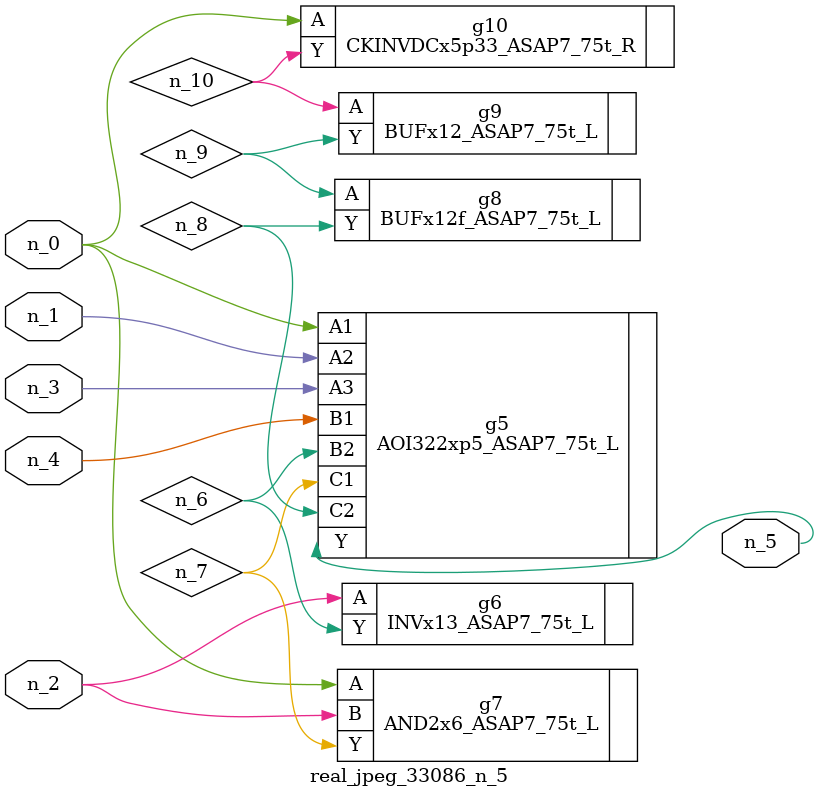
<source format=v>
module real_jpeg_33086_n_5 (n_4, n_0, n_1, n_2, n_3, n_5);

input n_4;
input n_0;
input n_1;
input n_2;
input n_3;

output n_5;

wire n_8;
wire n_6;
wire n_7;
wire n_10;
wire n_9;

AOI322xp5_ASAP7_75t_L g5 ( 
.A1(n_0),
.A2(n_1),
.A3(n_3),
.B1(n_4),
.B2(n_6),
.C1(n_7),
.C2(n_8),
.Y(n_5)
);

AND2x6_ASAP7_75t_L g7 ( 
.A(n_0),
.B(n_2),
.Y(n_7)
);

CKINVDCx5p33_ASAP7_75t_R g10 ( 
.A(n_0),
.Y(n_10)
);

INVx13_ASAP7_75t_L g6 ( 
.A(n_2),
.Y(n_6)
);

BUFx12f_ASAP7_75t_L g8 ( 
.A(n_9),
.Y(n_8)
);

BUFx12_ASAP7_75t_L g9 ( 
.A(n_10),
.Y(n_9)
);


endmodule
</source>
